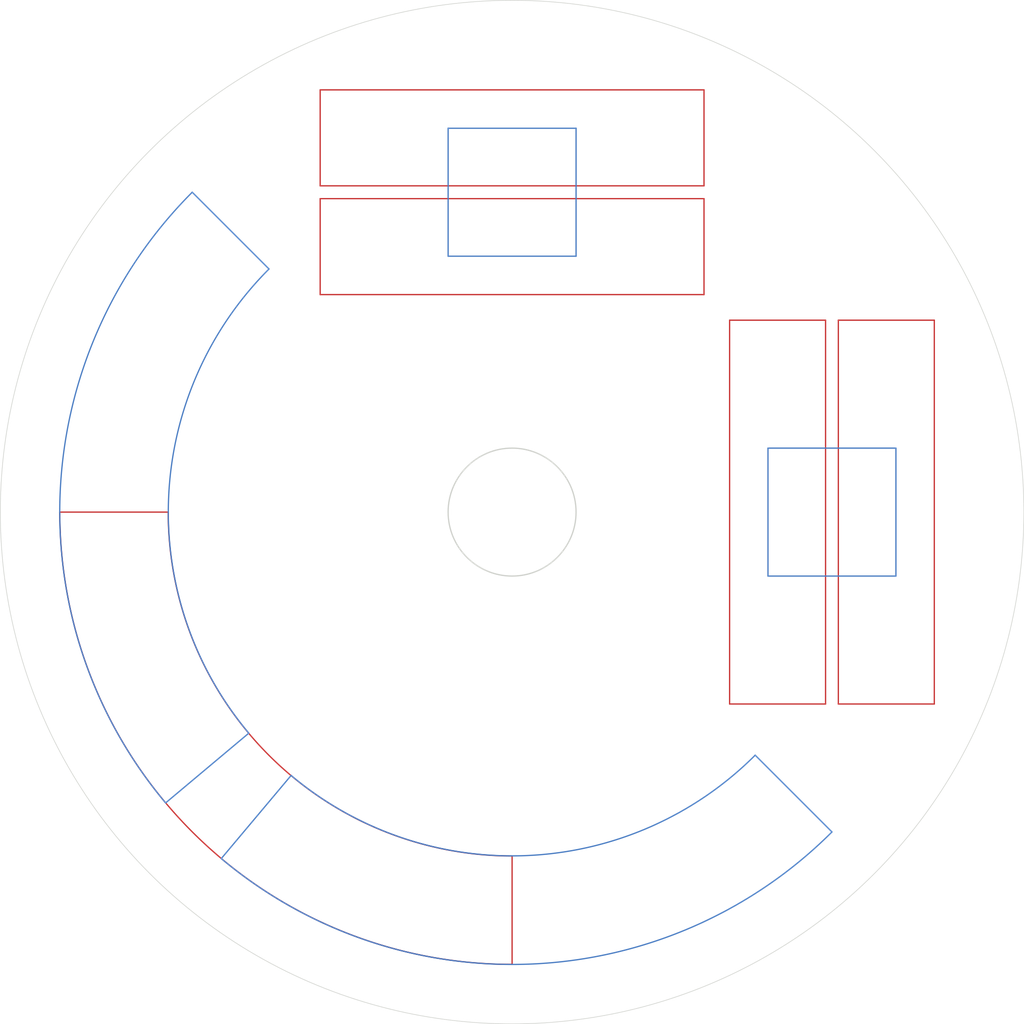
<source format=kicad_pcb>
(kicad_pcb (version 20171130) (host pcbnew 5.1.6+dfsg1-1~bpo10+1)

  (general
    (thickness 1.6)
    (drawings 38)
    (tracks 0)
    (zones 0)
    (modules 0)
    (nets 1)
  )

  (page A4)
  (layers
    (0 F.Cu signal)
    (31 B.Cu signal)
    (32 B.Adhes user)
    (33 F.Adhes user)
    (34 B.Paste user)
    (35 F.Paste user)
    (36 B.SilkS user)
    (37 F.SilkS user)
    (38 B.Mask user)
    (39 F.Mask user)
    (40 Dwgs.User user)
    (41 Cmts.User user)
    (42 Eco1.User user)
    (43 Eco2.User user)
    (44 Edge.Cuts user)
    (45 Margin user)
    (46 B.CrtYd user)
    (47 F.CrtYd user)
    (48 B.Fab user)
    (49 F.Fab user)
  )

  (setup
    (last_trace_width 0.25)
    (trace_clearance 0.2)
    (zone_clearance 0.508)
    (zone_45_only no)
    (trace_min 0.2)
    (via_size 0.8)
    (via_drill 0.4)
    (via_min_size 0.4)
    (via_min_drill 0.3)
    (uvia_size 0.3)
    (uvia_drill 0.1)
    (uvias_allowed no)
    (uvia_min_size 0.2)
    (uvia_min_drill 0.1)
    (edge_width 0.05)
    (segment_width 0.2)
    (pcb_text_width 0.3)
    (pcb_text_size 1.5 1.5)
    (mod_edge_width 0.12)
    (mod_text_size 1 1)
    (mod_text_width 0.15)
    (pad_size 1.524 1.524)
    (pad_drill 0.762)
    (pad_to_mask_clearance 0.05)
    (aux_axis_origin 0 0)
    (visible_elements FFFFFF7F)
    (pcbplotparams
      (layerselection 0x010fc_ffffffff)
      (usegerberextensions false)
      (usegerberattributes true)
      (usegerberadvancedattributes true)
      (creategerberjobfile true)
      (excludeedgelayer true)
      (linewidth 0.150000)
      (plotframeref false)
      (viasonmask false)
      (mode 1)
      (useauxorigin false)
      (hpglpennumber 1)
      (hpglpenspeed 20)
      (hpglpendiameter 15.000000)
      (psnegative false)
      (psa4output false)
      (plotreference true)
      (plotvalue true)
      (plotinvisibletext false)
      (padsonsilk false)
      (subtractmaskfromsilk false)
      (outputformat 1)
      (mirror false)
      (drillshape 1)
      (scaleselection 1)
      (outputdirectory ""))
  )

  (net 0 "")

  (net_class Default "This is the default net class."
    (clearance 0.2)
    (trace_width 0.25)
    (via_dia 0.8)
    (via_drill 0.4)
    (uvia_dia 0.3)
    (uvia_drill 0.1)
  )

  (gr_line (start 140 106.88) (end 140 115.34) (layer F.Cu) (width 0.1))
  (gr_line (start 104.66 80) (end 113.11 80) (layer F.Cu) (width 0.1))
  (gr_arc (start 140 80) (end 140 106.88) (angle 90) (layer F.Cu) (width 0.1))
  (gr_arc (start 140 80) (end 140 115.35) (angle 90) (layer F.Cu) (width 0.1))
  (gr_line (start 122.72826 100.583658) (end 117.27 107.08) (layer B.Cu) (width 0.1) (tstamp 608CA21C))
  (gr_line (start 119.42 97.28) (end 112.92 102.73) (layer B.Cu) (width 0.1))
  (gr_line (start 159 99) (end 165 105) (layer B.Cu) (width 0.1))
  (gr_line (start 115 55) (end 121 61) (layer B.Cu) (width 0.1))
  (gr_arc (start 140 80) (end 159 99) (angle 85) (layer B.Cu) (width 0.1) (tstamp 608CA04F))
  (gr_arc (start 140 80) (end 121 61) (angle -85) (layer B.Cu) (width 0.1))
  (gr_arc (start 140 80) (end 115 55) (angle -85) (layer B.Cu) (width 0.1))
  (gr_circle (center 140 80) (end 145 80) (layer Edge.Cuts) (width 0.1))
  (gr_circle (center 140 80) (end 180 80) (layer Edge.Cuts) (width 0.05))
  (gr_arc (start 140 80) (end 165 105) (angle 85) (layer B.Cu) (width 0.1))
  (gr_line (start 160 75) (end 170 75) (layer B.Cu) (width 0.1) (tstamp 608C9BD4))
  (gr_line (start 170 75) (end 170 85) (layer B.Cu) (width 0.1) (tstamp 608C9BD3))
  (gr_line (start 160 85) (end 160 75) (layer B.Cu) (width 0.1) (tstamp 608C9BD2))
  (gr_line (start 170 85) (end 160 85) (layer B.Cu) (width 0.1) (tstamp 608C9BD1))
  (gr_line (start 173 65) (end 173 95) (layer F.Cu) (width 0.1) (tstamp 608C9B38))
  (gr_line (start 165.5 65) (end 173 65) (layer F.Cu) (width 0.1) (tstamp 608C9B37))
  (gr_line (start 165.5 65) (end 165.5 95) (layer F.Cu) (width 0.1) (tstamp 608C9B36))
  (gr_line (start 173 95) (end 165.5 95) (layer F.Cu) (width 0.1) (tstamp 608C9B35))
  (gr_line (start 125 63) (end 155 63) (layer F.Cu) (width 0.1) (tstamp 608C9981))
  (gr_line (start 155 55.5) (end 155 63) (layer F.Cu) (width 0.1) (tstamp 608C98B9))
  (gr_line (start 125 55.5) (end 155 55.5) (layer F.Cu) (width 0.1) (tstamp 608C98B8))
  (gr_line (start 125 55.5) (end 125 63) (layer F.Cu) (width 0.1) (tstamp 608C98B7))
  (gr_line (start 145 60) (end 135 60) (layer B.Cu) (width 0.1))
  (gr_line (start 135 60) (end 135 50) (layer B.Cu) (width 0.1))
  (gr_line (start 145 50) (end 145 60) (layer B.Cu) (width 0.1))
  (gr_line (start 135 50) (end 145 50) (layer B.Cu) (width 0.1))
  (gr_line (start 157 65) (end 157 95) (layer F.Cu) (width 0.1) (tstamp 608C9534))
  (gr_line (start 164.5 95) (end 157 95) (layer F.Cu) (width 0.1) (tstamp 608C9503))
  (gr_line (start 157 65) (end 164.5 65) (layer F.Cu) (width 0.1))
  (gr_line (start 164.5 65) (end 164.5 95) (layer F.Cu) (width 0.1))
  (gr_line (start 125 47) (end 125 54.5) (layer F.Cu) (width 0.1))
  (gr_line (start 155 54.5) (end 125 54.5) (layer F.Cu) (width 0.1))
  (gr_line (start 155 47) (end 155 54.5) (layer F.Cu) (width 0.1))
  (gr_line (start 125 47) (end 155 47) (layer F.Cu) (width 0.1))

)

</source>
